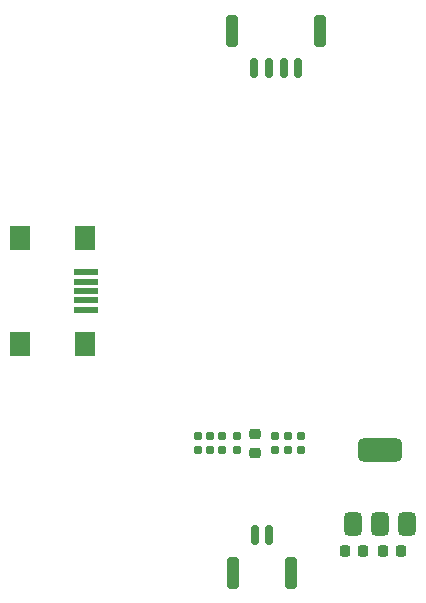
<source format=gbp>
G04 #@! TF.GenerationSoftware,KiCad,Pcbnew,8.0.1*
G04 #@! TF.CreationDate,2024-05-30T23:43:01+05:00*
G04 #@! TF.ProjectId,6_layer_MCU,365f6c61-7965-4725-9f4d-43552e6b6963,rev?*
G04 #@! TF.SameCoordinates,Original*
G04 #@! TF.FileFunction,Paste,Bot*
G04 #@! TF.FilePolarity,Positive*
%FSLAX46Y46*%
G04 Gerber Fmt 4.6, Leading zero omitted, Abs format (unit mm)*
G04 Created by KiCad (PCBNEW 8.0.1) date 2024-05-30 23:43:01*
%MOMM*%
%LPD*%
G01*
G04 APERTURE LIST*
G04 Aperture macros list*
%AMRoundRect*
0 Rectangle with rounded corners*
0 $1 Rounding radius*
0 $2 $3 $4 $5 $6 $7 $8 $9 X,Y pos of 4 corners*
0 Add a 4 corners polygon primitive as box body*
4,1,4,$2,$3,$4,$5,$6,$7,$8,$9,$2,$3,0*
0 Add four circle primitives for the rounded corners*
1,1,$1+$1,$2,$3*
1,1,$1+$1,$4,$5*
1,1,$1+$1,$6,$7*
1,1,$1+$1,$8,$9*
0 Add four rect primitives between the rounded corners*
20,1,$1+$1,$2,$3,$4,$5,0*
20,1,$1+$1,$4,$5,$6,$7,0*
20,1,$1+$1,$6,$7,$8,$9,0*
20,1,$1+$1,$8,$9,$2,$3,0*%
G04 Aperture macros list end*
%ADD10RoundRect,0.150000X0.150000X0.700000X-0.150000X0.700000X-0.150000X-0.700000X0.150000X-0.700000X0*%
%ADD11RoundRect,0.250000X0.250000X1.100000X-0.250000X1.100000X-0.250000X-1.100000X0.250000X-1.100000X0*%
%ADD12RoundRect,0.160000X-0.160000X0.197500X-0.160000X-0.197500X0.160000X-0.197500X0.160000X0.197500X0*%
%ADD13RoundRect,0.375000X0.375000X-0.625000X0.375000X0.625000X-0.375000X0.625000X-0.375000X-0.625000X0*%
%ADD14RoundRect,0.500000X1.400000X-0.500000X1.400000X0.500000X-1.400000X0.500000X-1.400000X-0.500000X0*%
%ADD15RoundRect,0.225000X0.225000X0.250000X-0.225000X0.250000X-0.225000X-0.250000X0.225000X-0.250000X0*%
%ADD16RoundRect,0.150000X-0.150000X-0.700000X0.150000X-0.700000X0.150000X0.700000X-0.150000X0.700000X0*%
%ADD17RoundRect,0.250000X-0.250000X-1.100000X0.250000X-1.100000X0.250000X1.100000X-0.250000X1.100000X0*%
%ADD18RoundRect,0.225000X-0.225000X-0.250000X0.225000X-0.250000X0.225000X0.250000X-0.225000X0.250000X0*%
%ADD19RoundRect,0.225000X0.250000X-0.225000X0.250000X0.225000X-0.250000X0.225000X-0.250000X-0.225000X0*%
%ADD20R,2.000000X0.500000*%
%ADD21R,1.700000X2.000000*%
G04 APERTURE END LIST*
D10*
X152725000Y-121350000D03*
X151475000Y-121350000D03*
D11*
X154575000Y-124550000D03*
X149625000Y-124550000D03*
D12*
X147700000Y-113002500D03*
X147700000Y-114197500D03*
D13*
X164400000Y-120429999D03*
X162100000Y-120429998D03*
D14*
X162100000Y-114130000D03*
D13*
X159800000Y-120429999D03*
D12*
X148700000Y-113002500D03*
X148700000Y-114197500D03*
X150000000Y-113002500D03*
X150000000Y-114197500D03*
X155400000Y-113002500D03*
X155400000Y-114197500D03*
D15*
X163875001Y-122679999D03*
X162325001Y-122679999D03*
D12*
X154300000Y-113002500D03*
X154300000Y-114197500D03*
D16*
X151425000Y-81850000D03*
X152675000Y-81850000D03*
X153925000Y-81850000D03*
X155175000Y-81850000D03*
D17*
X149575000Y-78650000D03*
X157025000Y-78650000D03*
D18*
X159125000Y-122680000D03*
X160675000Y-122680000D03*
D12*
X146700000Y-113002500D03*
X146700000Y-114197500D03*
D19*
X151500000Y-114375000D03*
X151500000Y-112825000D03*
D12*
X153200000Y-113002500D03*
X153200000Y-114197500D03*
D20*
X137175001Y-102300000D03*
X137175001Y-101500000D03*
X137175001Y-100700000D03*
X137175001Y-99900000D03*
X137175001Y-99100000D03*
D21*
X131625001Y-105150000D03*
X137075001Y-105150000D03*
X131625001Y-96250000D03*
X137075001Y-96250000D03*
M02*

</source>
